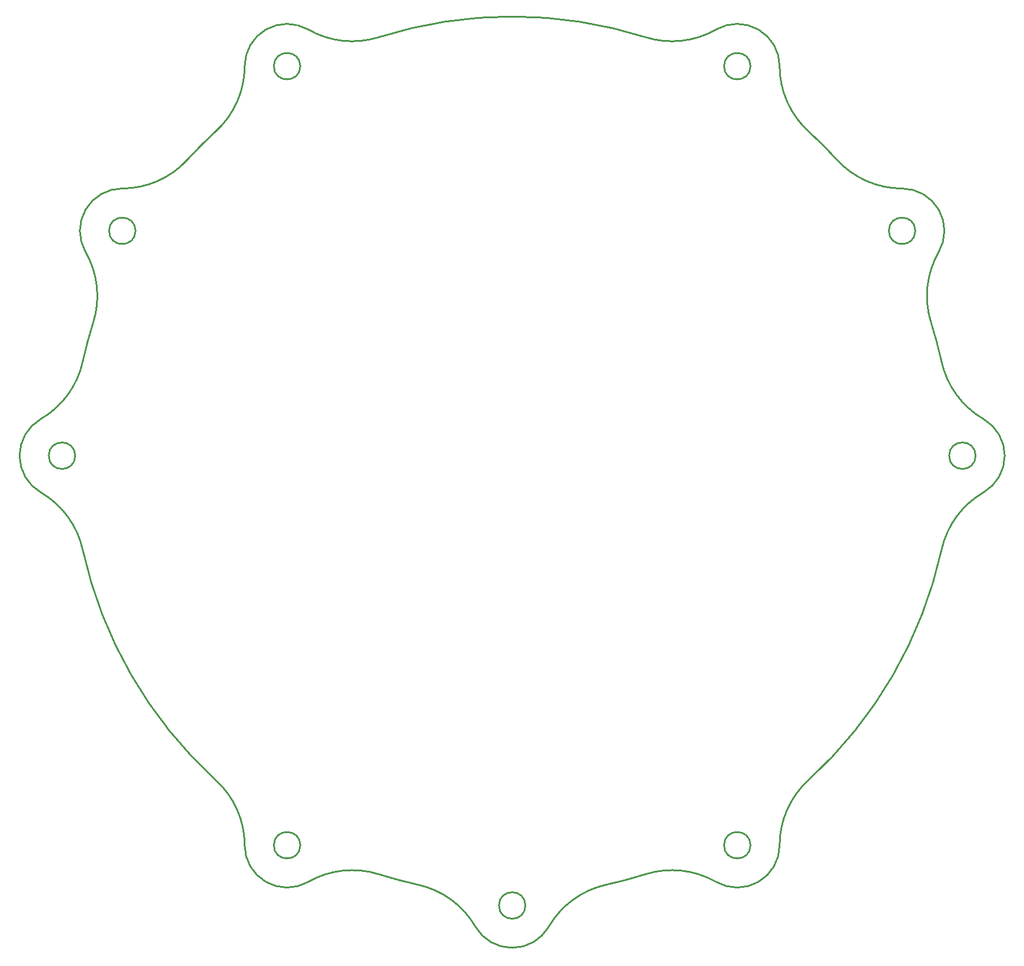
<source format=gbr>
%TF.GenerationSoftware,KiCad,Pcbnew,7.0.7*%
%TF.CreationDate,2024-03-26T08:25:24-07:00*%
%TF.ProjectId,Power-board,506f7765-722d-4626-9f61-72642e6b6963,rev?*%
%TF.SameCoordinates,Original*%
%TF.FileFunction,Profile,NP*%
%FSLAX46Y46*%
G04 Gerber Fmt 4.6, Leading zero omitted, Abs format (unit mm)*
G04 Created by KiCad (PCBNEW 7.0.7) date 2024-03-26 08:25:24*
%MOMM*%
%LPD*%
G01*
G04 APERTURE LIST*
%TA.AperFunction,Profile*%
%ADD10C,0.250000*%
%TD*%
G04 APERTURE END LIST*
D10*
%TO.C,J1*%
X54314214Y-79527960D02*
G75*
G03*
X54314214Y-90080938I3052846J-5276489D01*
G01*
X60359293Y-98353029D02*
G75*
G03*
X54314214Y-90080939I-12405170J-2720595D01*
G01*
X54314214Y-79527959D02*
G75*
G03*
X60359293Y-71255869I-6360091J10992685D01*
G01*
X61861654Y-65648980D02*
G75*
G03*
X60359293Y-71255869I60274354J-19155183D01*
G01*
X61861653Y-65648980D02*
G75*
G03*
X60762507Y-55462601I-12103488J3846481D01*
G01*
X66038998Y-46323453D02*
G75*
G03*
X60762508Y-55462601I5596J-6095996D01*
G01*
X66038998Y-46323452D02*
G75*
G03*
X75410234Y-42182151I-11661J12699994D01*
G01*
X79514762Y-38077623D02*
G75*
G03*
X75410234Y-42182151I42622962J-46727490D01*
G01*
X60359294Y-98353029D02*
G75*
G03*
X79514762Y-131531275I61777764J13548578D01*
G01*
X83656063Y-140902511D02*
G75*
G03*
X79514762Y-131531275I-12699994J-11661D01*
G01*
X79514762Y-38077623D02*
G75*
G03*
X83656063Y-28706387I-8558693J9382897D01*
G01*
X92795212Y-23429897D02*
G75*
G03*
X83656064Y-28706387I-3043152J-5282086D01*
G01*
X83656064Y-140902511D02*
G75*
G03*
X92795212Y-146179001I6095996J5596D01*
G01*
X102981591Y-145079856D02*
G75*
G03*
X92795212Y-146179002I-3846481J-12103488D01*
G01*
X92795212Y-23429896D02*
G75*
G03*
X102981591Y-24529042I6339898J11004342D01*
G01*
X141292529Y-24529044D02*
G75*
G03*
X102981591Y-24529044I-19155469J-60275413D01*
G01*
X102981591Y-145079855D02*
G75*
G03*
X108588480Y-146582216I19155183J60274354D01*
G01*
X116860570Y-152627295D02*
G75*
G03*
X108588480Y-146582216I-10992685J-6360091D01*
G01*
X116860571Y-152627295D02*
G75*
G03*
X127413549Y-152627295I5276489J3052846D01*
G01*
X135685640Y-146582216D02*
G75*
G03*
X127413550Y-152627295I2720590J-12405163D01*
G01*
X135685640Y-146582215D02*
G75*
G03*
X141292529Y-145079854I-13548595J61777837D01*
G01*
X151478905Y-146179007D02*
G75*
G03*
X141292529Y-145079855I-6339905J-11004362D01*
G01*
X141292526Y-24529051D02*
G75*
G03*
X151478908Y-23429896I3846474J12103482D01*
G01*
X160618052Y-28706387D02*
G75*
G03*
X151478908Y-23429898I-6095992J-5592D01*
G01*
X151478907Y-146179002D02*
G75*
G03*
X160618056Y-140902511I3043183J5282033D01*
G01*
X164759359Y-131531276D02*
G75*
G03*
X160618057Y-140902511I8558591J-9382853D01*
G01*
X160618055Y-28706387D02*
G75*
G03*
X164759358Y-38077623I12700005J11668D01*
G01*
X168863886Y-42182151D02*
G75*
G03*
X164759358Y-38077623I-46727490J-42622962D01*
G01*
X168863887Y-42182150D02*
G75*
G03*
X178235122Y-46323452I9382853J8558591D01*
G01*
X183511693Y-55462648D02*
G75*
G03*
X178235122Y-46323453I-5282093J3043179D01*
G01*
X183511612Y-55462601D02*
G75*
G03*
X182412466Y-65648980I11004348J-6339898D01*
G01*
X183914826Y-71255869D02*
G75*
G03*
X182412465Y-65648980I-61777837J-13548595D01*
G01*
X164759358Y-131531275D02*
G75*
G03*
X183914826Y-98353029I-42622296J46726824D01*
G01*
X189959906Y-90080940D02*
G75*
G03*
X183914827Y-98353029I6360234J-10992789D01*
G01*
X183914825Y-71255869D02*
G75*
G03*
X189959906Y-79527959I12405175J2720600D01*
G01*
X189959906Y-90080938D02*
G75*
G03*
X189959906Y-79527960I-3052846J5276489D01*
G01*
X59272060Y-84804449D02*
G75*
G03*
X59272060Y-84804449I-1905000J0D01*
G01*
X67949595Y-52419449D02*
G75*
G03*
X67949595Y-52419449I-1905000J0D01*
G01*
X91657060Y-28711984D02*
G75*
G03*
X91657060Y-28711984I-1905000J0D01*
G01*
X91657060Y-140896914D02*
G75*
G03*
X91657060Y-140896914I-1905000J0D01*
G01*
X124042060Y-149574449D02*
G75*
G03*
X124042060Y-149574449I-1905000J0D01*
G01*
X156427060Y-28711984D02*
G75*
G03*
X156427060Y-28711984I-1905000J0D01*
G01*
X156427060Y-140896914D02*
G75*
G03*
X156427060Y-140896914I-1905000J0D01*
G01*
X180134525Y-52419449D02*
G75*
G03*
X180134525Y-52419449I-1905000J0D01*
G01*
X188812060Y-84804449D02*
G75*
G03*
X188812060Y-84804449I-1905000J0D01*
G01*
%TD*%
M02*

</source>
